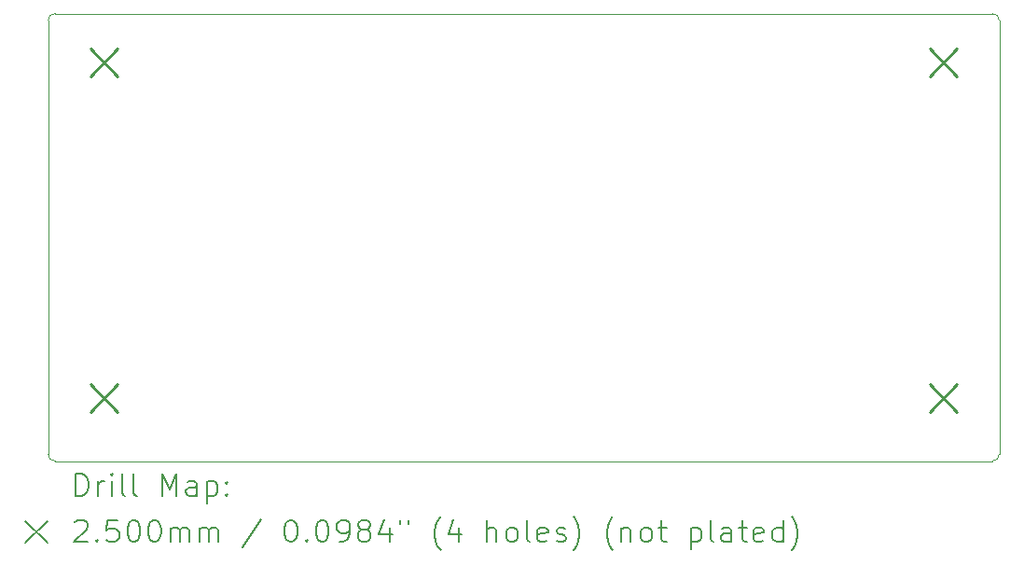
<source format=gbr>
%TF.GenerationSoftware,KiCad,Pcbnew,6.0.9-8da3e8f707~116~ubuntu20.04.1*%
%TF.CreationDate,2023-03-05T21:16:27+01:00*%
%TF.ProjectId,pi4_pmod,7069345f-706d-46f6-942e-6b696361645f,rev?*%
%TF.SameCoordinates,Original*%
%TF.FileFunction,Drillmap*%
%TF.FilePolarity,Positive*%
%FSLAX45Y45*%
G04 Gerber Fmt 4.5, Leading zero omitted, Abs format (unit mm)*
G04 Created by KiCad (PCBNEW 6.0.9-8da3e8f707~116~ubuntu20.04.1) date 2023-03-05 21:16:27*
%MOMM*%
%LPD*%
G01*
G04 APERTURE LIST*
%ADD10C,0.100000*%
%ADD11C,0.200000*%
%ADD12C,0.250000*%
G04 APERTURE END LIST*
D10*
X18288000Y-4191000D02*
G75*
G03*
X18224500Y-4127500I-63500J0D01*
G01*
X9715500Y-4127500D02*
G75*
G03*
X9652000Y-4191000I0J-63500D01*
G01*
X9715500Y-8191500D02*
X18224500Y-8191500D01*
X9652000Y-8128000D02*
G75*
G03*
X9715500Y-8191500I63500J0D01*
G01*
X18224500Y-8191500D02*
G75*
G03*
X18288000Y-8128000I0J63500D01*
G01*
X18288000Y-8128000D02*
X18288000Y-4191000D01*
X18224500Y-4127500D02*
X9715500Y-4127500D01*
X9652000Y-8128000D02*
X9652000Y-4191000D01*
D11*
D12*
X10035000Y-4447000D02*
X10285000Y-4697000D01*
X10285000Y-4447000D02*
X10035000Y-4697000D01*
X10035000Y-7495000D02*
X10285000Y-7745000D01*
X10285000Y-7495000D02*
X10035000Y-7745000D01*
X17655000Y-4447000D02*
X17905000Y-4697000D01*
X17905000Y-4447000D02*
X17655000Y-4697000D01*
X17655000Y-7495000D02*
X17905000Y-7745000D01*
X17905000Y-7495000D02*
X17655000Y-7745000D01*
D11*
X9904619Y-8506976D02*
X9904619Y-8306976D01*
X9952238Y-8306976D01*
X9980810Y-8316500D01*
X9999857Y-8335548D01*
X10009381Y-8354595D01*
X10018905Y-8392690D01*
X10018905Y-8421262D01*
X10009381Y-8459357D01*
X9999857Y-8478405D01*
X9980810Y-8497452D01*
X9952238Y-8506976D01*
X9904619Y-8506976D01*
X10104619Y-8506976D02*
X10104619Y-8373643D01*
X10104619Y-8411738D02*
X10114143Y-8392690D01*
X10123667Y-8383167D01*
X10142714Y-8373643D01*
X10161762Y-8373643D01*
X10228429Y-8506976D02*
X10228429Y-8373643D01*
X10228429Y-8306976D02*
X10218905Y-8316500D01*
X10228429Y-8326024D01*
X10237952Y-8316500D01*
X10228429Y-8306976D01*
X10228429Y-8326024D01*
X10352238Y-8506976D02*
X10333190Y-8497452D01*
X10323667Y-8478405D01*
X10323667Y-8306976D01*
X10457000Y-8506976D02*
X10437952Y-8497452D01*
X10428429Y-8478405D01*
X10428429Y-8306976D01*
X10685571Y-8506976D02*
X10685571Y-8306976D01*
X10752238Y-8449833D01*
X10818905Y-8306976D01*
X10818905Y-8506976D01*
X10999857Y-8506976D02*
X10999857Y-8402214D01*
X10990333Y-8383167D01*
X10971286Y-8373643D01*
X10933190Y-8373643D01*
X10914143Y-8383167D01*
X10999857Y-8497452D02*
X10980810Y-8506976D01*
X10933190Y-8506976D01*
X10914143Y-8497452D01*
X10904619Y-8478405D01*
X10904619Y-8459357D01*
X10914143Y-8440310D01*
X10933190Y-8430786D01*
X10980810Y-8430786D01*
X10999857Y-8421262D01*
X11095095Y-8373643D02*
X11095095Y-8573643D01*
X11095095Y-8383167D02*
X11114143Y-8373643D01*
X11152238Y-8373643D01*
X11171286Y-8383167D01*
X11180810Y-8392690D01*
X11190333Y-8411738D01*
X11190333Y-8468881D01*
X11180810Y-8487929D01*
X11171286Y-8497452D01*
X11152238Y-8506976D01*
X11114143Y-8506976D01*
X11095095Y-8497452D01*
X11276048Y-8487929D02*
X11285571Y-8497452D01*
X11276048Y-8506976D01*
X11266524Y-8497452D01*
X11276048Y-8487929D01*
X11276048Y-8506976D01*
X11276048Y-8383167D02*
X11285571Y-8392690D01*
X11276048Y-8402214D01*
X11266524Y-8392690D01*
X11276048Y-8383167D01*
X11276048Y-8402214D01*
X9447000Y-8736500D02*
X9647000Y-8936500D01*
X9647000Y-8736500D02*
X9447000Y-8936500D01*
X9895095Y-8746024D02*
X9904619Y-8736500D01*
X9923667Y-8726976D01*
X9971286Y-8726976D01*
X9990333Y-8736500D01*
X9999857Y-8746024D01*
X10009381Y-8765071D01*
X10009381Y-8784119D01*
X9999857Y-8812690D01*
X9885571Y-8926976D01*
X10009381Y-8926976D01*
X10095095Y-8907929D02*
X10104619Y-8917452D01*
X10095095Y-8926976D01*
X10085571Y-8917452D01*
X10095095Y-8907929D01*
X10095095Y-8926976D01*
X10285571Y-8726976D02*
X10190333Y-8726976D01*
X10180810Y-8822214D01*
X10190333Y-8812690D01*
X10209381Y-8803167D01*
X10257000Y-8803167D01*
X10276048Y-8812690D01*
X10285571Y-8822214D01*
X10295095Y-8841262D01*
X10295095Y-8888881D01*
X10285571Y-8907929D01*
X10276048Y-8917452D01*
X10257000Y-8926976D01*
X10209381Y-8926976D01*
X10190333Y-8917452D01*
X10180810Y-8907929D01*
X10418905Y-8726976D02*
X10437952Y-8726976D01*
X10457000Y-8736500D01*
X10466524Y-8746024D01*
X10476048Y-8765071D01*
X10485571Y-8803167D01*
X10485571Y-8850786D01*
X10476048Y-8888881D01*
X10466524Y-8907929D01*
X10457000Y-8917452D01*
X10437952Y-8926976D01*
X10418905Y-8926976D01*
X10399857Y-8917452D01*
X10390333Y-8907929D01*
X10380810Y-8888881D01*
X10371286Y-8850786D01*
X10371286Y-8803167D01*
X10380810Y-8765071D01*
X10390333Y-8746024D01*
X10399857Y-8736500D01*
X10418905Y-8726976D01*
X10609381Y-8726976D02*
X10628429Y-8726976D01*
X10647476Y-8736500D01*
X10657000Y-8746024D01*
X10666524Y-8765071D01*
X10676048Y-8803167D01*
X10676048Y-8850786D01*
X10666524Y-8888881D01*
X10657000Y-8907929D01*
X10647476Y-8917452D01*
X10628429Y-8926976D01*
X10609381Y-8926976D01*
X10590333Y-8917452D01*
X10580810Y-8907929D01*
X10571286Y-8888881D01*
X10561762Y-8850786D01*
X10561762Y-8803167D01*
X10571286Y-8765071D01*
X10580810Y-8746024D01*
X10590333Y-8736500D01*
X10609381Y-8726976D01*
X10761762Y-8926976D02*
X10761762Y-8793643D01*
X10761762Y-8812690D02*
X10771286Y-8803167D01*
X10790333Y-8793643D01*
X10818905Y-8793643D01*
X10837952Y-8803167D01*
X10847476Y-8822214D01*
X10847476Y-8926976D01*
X10847476Y-8822214D02*
X10857000Y-8803167D01*
X10876048Y-8793643D01*
X10904619Y-8793643D01*
X10923667Y-8803167D01*
X10933190Y-8822214D01*
X10933190Y-8926976D01*
X11028429Y-8926976D02*
X11028429Y-8793643D01*
X11028429Y-8812690D02*
X11037952Y-8803167D01*
X11057000Y-8793643D01*
X11085571Y-8793643D01*
X11104619Y-8803167D01*
X11114143Y-8822214D01*
X11114143Y-8926976D01*
X11114143Y-8822214D02*
X11123667Y-8803167D01*
X11142714Y-8793643D01*
X11171286Y-8793643D01*
X11190333Y-8803167D01*
X11199857Y-8822214D01*
X11199857Y-8926976D01*
X11590333Y-8717452D02*
X11418905Y-8974595D01*
X11847476Y-8726976D02*
X11866524Y-8726976D01*
X11885571Y-8736500D01*
X11895095Y-8746024D01*
X11904619Y-8765071D01*
X11914143Y-8803167D01*
X11914143Y-8850786D01*
X11904619Y-8888881D01*
X11895095Y-8907929D01*
X11885571Y-8917452D01*
X11866524Y-8926976D01*
X11847476Y-8926976D01*
X11828428Y-8917452D01*
X11818905Y-8907929D01*
X11809381Y-8888881D01*
X11799857Y-8850786D01*
X11799857Y-8803167D01*
X11809381Y-8765071D01*
X11818905Y-8746024D01*
X11828428Y-8736500D01*
X11847476Y-8726976D01*
X11999857Y-8907929D02*
X12009381Y-8917452D01*
X11999857Y-8926976D01*
X11990333Y-8917452D01*
X11999857Y-8907929D01*
X11999857Y-8926976D01*
X12133190Y-8726976D02*
X12152238Y-8726976D01*
X12171286Y-8736500D01*
X12180809Y-8746024D01*
X12190333Y-8765071D01*
X12199857Y-8803167D01*
X12199857Y-8850786D01*
X12190333Y-8888881D01*
X12180809Y-8907929D01*
X12171286Y-8917452D01*
X12152238Y-8926976D01*
X12133190Y-8926976D01*
X12114143Y-8917452D01*
X12104619Y-8907929D01*
X12095095Y-8888881D01*
X12085571Y-8850786D01*
X12085571Y-8803167D01*
X12095095Y-8765071D01*
X12104619Y-8746024D01*
X12114143Y-8736500D01*
X12133190Y-8726976D01*
X12295095Y-8926976D02*
X12333190Y-8926976D01*
X12352238Y-8917452D01*
X12361762Y-8907929D01*
X12380809Y-8879357D01*
X12390333Y-8841262D01*
X12390333Y-8765071D01*
X12380809Y-8746024D01*
X12371286Y-8736500D01*
X12352238Y-8726976D01*
X12314143Y-8726976D01*
X12295095Y-8736500D01*
X12285571Y-8746024D01*
X12276048Y-8765071D01*
X12276048Y-8812690D01*
X12285571Y-8831738D01*
X12295095Y-8841262D01*
X12314143Y-8850786D01*
X12352238Y-8850786D01*
X12371286Y-8841262D01*
X12380809Y-8831738D01*
X12390333Y-8812690D01*
X12504619Y-8812690D02*
X12485571Y-8803167D01*
X12476048Y-8793643D01*
X12466524Y-8774595D01*
X12466524Y-8765071D01*
X12476048Y-8746024D01*
X12485571Y-8736500D01*
X12504619Y-8726976D01*
X12542714Y-8726976D01*
X12561762Y-8736500D01*
X12571286Y-8746024D01*
X12580809Y-8765071D01*
X12580809Y-8774595D01*
X12571286Y-8793643D01*
X12561762Y-8803167D01*
X12542714Y-8812690D01*
X12504619Y-8812690D01*
X12485571Y-8822214D01*
X12476048Y-8831738D01*
X12466524Y-8850786D01*
X12466524Y-8888881D01*
X12476048Y-8907929D01*
X12485571Y-8917452D01*
X12504619Y-8926976D01*
X12542714Y-8926976D01*
X12561762Y-8917452D01*
X12571286Y-8907929D01*
X12580809Y-8888881D01*
X12580809Y-8850786D01*
X12571286Y-8831738D01*
X12561762Y-8822214D01*
X12542714Y-8812690D01*
X12752238Y-8793643D02*
X12752238Y-8926976D01*
X12704619Y-8717452D02*
X12657000Y-8860310D01*
X12780809Y-8860310D01*
X12847476Y-8726976D02*
X12847476Y-8765071D01*
X12923667Y-8726976D02*
X12923667Y-8765071D01*
X13218905Y-9003167D02*
X13209381Y-8993643D01*
X13190333Y-8965071D01*
X13180809Y-8946024D01*
X13171286Y-8917452D01*
X13161762Y-8869833D01*
X13161762Y-8831738D01*
X13171286Y-8784119D01*
X13180809Y-8755548D01*
X13190333Y-8736500D01*
X13209381Y-8707929D01*
X13218905Y-8698405D01*
X13380809Y-8793643D02*
X13380809Y-8926976D01*
X13333190Y-8717452D02*
X13285571Y-8860310D01*
X13409381Y-8860310D01*
X13637952Y-8926976D02*
X13637952Y-8726976D01*
X13723667Y-8926976D02*
X13723667Y-8822214D01*
X13714143Y-8803167D01*
X13695095Y-8793643D01*
X13666524Y-8793643D01*
X13647476Y-8803167D01*
X13637952Y-8812690D01*
X13847476Y-8926976D02*
X13828428Y-8917452D01*
X13818905Y-8907929D01*
X13809381Y-8888881D01*
X13809381Y-8831738D01*
X13818905Y-8812690D01*
X13828428Y-8803167D01*
X13847476Y-8793643D01*
X13876048Y-8793643D01*
X13895095Y-8803167D01*
X13904619Y-8812690D01*
X13914143Y-8831738D01*
X13914143Y-8888881D01*
X13904619Y-8907929D01*
X13895095Y-8917452D01*
X13876048Y-8926976D01*
X13847476Y-8926976D01*
X14028428Y-8926976D02*
X14009381Y-8917452D01*
X13999857Y-8898405D01*
X13999857Y-8726976D01*
X14180809Y-8917452D02*
X14161762Y-8926976D01*
X14123667Y-8926976D01*
X14104619Y-8917452D01*
X14095095Y-8898405D01*
X14095095Y-8822214D01*
X14104619Y-8803167D01*
X14123667Y-8793643D01*
X14161762Y-8793643D01*
X14180809Y-8803167D01*
X14190333Y-8822214D01*
X14190333Y-8841262D01*
X14095095Y-8860310D01*
X14266524Y-8917452D02*
X14285571Y-8926976D01*
X14323667Y-8926976D01*
X14342714Y-8917452D01*
X14352238Y-8898405D01*
X14352238Y-8888881D01*
X14342714Y-8869833D01*
X14323667Y-8860310D01*
X14295095Y-8860310D01*
X14276048Y-8850786D01*
X14266524Y-8831738D01*
X14266524Y-8822214D01*
X14276048Y-8803167D01*
X14295095Y-8793643D01*
X14323667Y-8793643D01*
X14342714Y-8803167D01*
X14418905Y-9003167D02*
X14428428Y-8993643D01*
X14447476Y-8965071D01*
X14457000Y-8946024D01*
X14466524Y-8917452D01*
X14476048Y-8869833D01*
X14476048Y-8831738D01*
X14466524Y-8784119D01*
X14457000Y-8755548D01*
X14447476Y-8736500D01*
X14428428Y-8707929D01*
X14418905Y-8698405D01*
X14780809Y-9003167D02*
X14771286Y-8993643D01*
X14752238Y-8965071D01*
X14742714Y-8946024D01*
X14733190Y-8917452D01*
X14723667Y-8869833D01*
X14723667Y-8831738D01*
X14733190Y-8784119D01*
X14742714Y-8755548D01*
X14752238Y-8736500D01*
X14771286Y-8707929D01*
X14780809Y-8698405D01*
X14857000Y-8793643D02*
X14857000Y-8926976D01*
X14857000Y-8812690D02*
X14866524Y-8803167D01*
X14885571Y-8793643D01*
X14914143Y-8793643D01*
X14933190Y-8803167D01*
X14942714Y-8822214D01*
X14942714Y-8926976D01*
X15066524Y-8926976D02*
X15047476Y-8917452D01*
X15037952Y-8907929D01*
X15028428Y-8888881D01*
X15028428Y-8831738D01*
X15037952Y-8812690D01*
X15047476Y-8803167D01*
X15066524Y-8793643D01*
X15095095Y-8793643D01*
X15114143Y-8803167D01*
X15123667Y-8812690D01*
X15133190Y-8831738D01*
X15133190Y-8888881D01*
X15123667Y-8907929D01*
X15114143Y-8917452D01*
X15095095Y-8926976D01*
X15066524Y-8926976D01*
X15190333Y-8793643D02*
X15266524Y-8793643D01*
X15218905Y-8726976D02*
X15218905Y-8898405D01*
X15228428Y-8917452D01*
X15247476Y-8926976D01*
X15266524Y-8926976D01*
X15485571Y-8793643D02*
X15485571Y-8993643D01*
X15485571Y-8803167D02*
X15504619Y-8793643D01*
X15542714Y-8793643D01*
X15561762Y-8803167D01*
X15571286Y-8812690D01*
X15580809Y-8831738D01*
X15580809Y-8888881D01*
X15571286Y-8907929D01*
X15561762Y-8917452D01*
X15542714Y-8926976D01*
X15504619Y-8926976D01*
X15485571Y-8917452D01*
X15695095Y-8926976D02*
X15676048Y-8917452D01*
X15666524Y-8898405D01*
X15666524Y-8726976D01*
X15857000Y-8926976D02*
X15857000Y-8822214D01*
X15847476Y-8803167D01*
X15828428Y-8793643D01*
X15790333Y-8793643D01*
X15771286Y-8803167D01*
X15857000Y-8917452D02*
X15837952Y-8926976D01*
X15790333Y-8926976D01*
X15771286Y-8917452D01*
X15761762Y-8898405D01*
X15761762Y-8879357D01*
X15771286Y-8860310D01*
X15790333Y-8850786D01*
X15837952Y-8850786D01*
X15857000Y-8841262D01*
X15923667Y-8793643D02*
X15999857Y-8793643D01*
X15952238Y-8726976D02*
X15952238Y-8898405D01*
X15961762Y-8917452D01*
X15980809Y-8926976D01*
X15999857Y-8926976D01*
X16142714Y-8917452D02*
X16123667Y-8926976D01*
X16085571Y-8926976D01*
X16066524Y-8917452D01*
X16057000Y-8898405D01*
X16057000Y-8822214D01*
X16066524Y-8803167D01*
X16085571Y-8793643D01*
X16123667Y-8793643D01*
X16142714Y-8803167D01*
X16152238Y-8822214D01*
X16152238Y-8841262D01*
X16057000Y-8860310D01*
X16323667Y-8926976D02*
X16323667Y-8726976D01*
X16323667Y-8917452D02*
X16304619Y-8926976D01*
X16266524Y-8926976D01*
X16247476Y-8917452D01*
X16237952Y-8907929D01*
X16228428Y-8888881D01*
X16228428Y-8831738D01*
X16237952Y-8812690D01*
X16247476Y-8803167D01*
X16266524Y-8793643D01*
X16304619Y-8793643D01*
X16323667Y-8803167D01*
X16399857Y-9003167D02*
X16409381Y-8993643D01*
X16428428Y-8965071D01*
X16437952Y-8946024D01*
X16447476Y-8917452D01*
X16457000Y-8869833D01*
X16457000Y-8831738D01*
X16447476Y-8784119D01*
X16437952Y-8755548D01*
X16428428Y-8736500D01*
X16409381Y-8707929D01*
X16399857Y-8698405D01*
M02*

</source>
